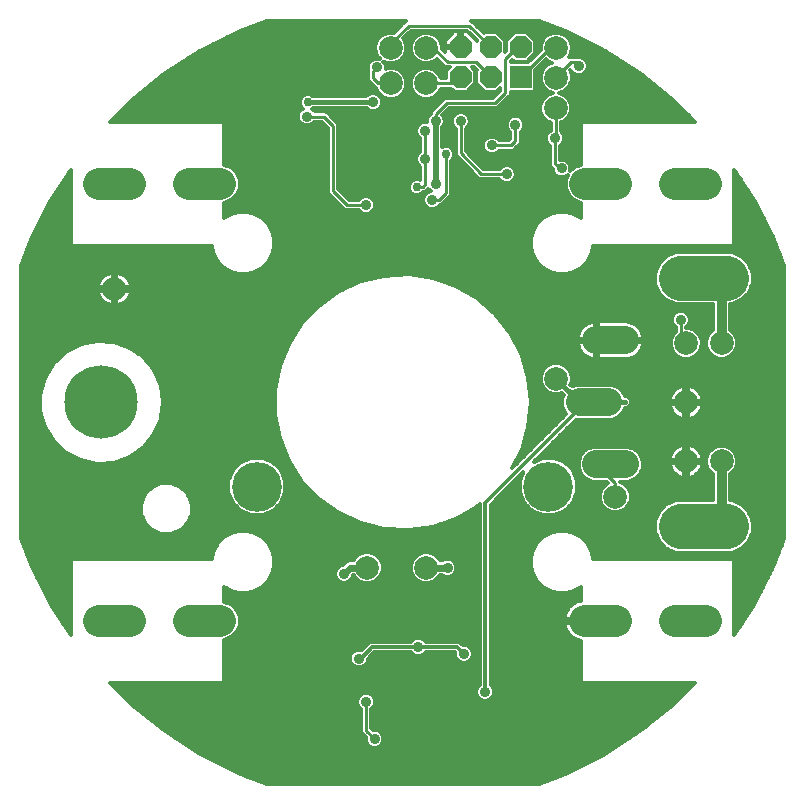
<source format=gbl>
G75*
%MOIN*%
%OFA0B0*%
%FSLAX24Y24*%
%IPPOS*%
%LPD*%
%AMOC8*
5,1,8,0,0,1.08239X$1,22.5*
%
%ADD10C,0.2441*%
%ADD11C,0.0945*%
%ADD12C,0.1502*%
%ADD13R,0.0740X0.0740*%
%ADD14OC8,0.0740*%
%ADD15C,0.1050*%
%ADD16C,0.0787*%
%ADD17C,0.1660*%
%ADD18C,0.0354*%
%ADD19C,0.0200*%
%ADD20C,0.0257*%
%ADD21C,0.0297*%
%ADD22C,0.0218*%
%ADD23C,0.0120*%
%ADD24C,0.0100*%
%ADD25C,0.0160*%
%ADD26C,0.0240*%
%ADD27C,0.0197*%
%ADD28C,0.0320*%
D10*
X003890Y013930D03*
D11*
X019835Y013930D02*
X020780Y013930D01*
X020390Y015996D02*
X021335Y015996D01*
X021335Y011863D02*
X020390Y011863D01*
D12*
X023218Y009796D02*
X024720Y009796D01*
X024720Y018063D02*
X023218Y018063D01*
D13*
X017863Y024768D03*
D14*
X017863Y025768D03*
X016863Y025768D03*
X015863Y025768D03*
X015863Y024768D03*
X016863Y024768D03*
D15*
X020005Y021213D02*
X021055Y021213D01*
X023005Y021213D02*
X024055Y021213D01*
X024055Y006646D02*
X023005Y006646D01*
X021055Y006646D02*
X020005Y006646D01*
X007855Y006646D02*
X006805Y006646D01*
X004855Y006646D02*
X003805Y006646D01*
X003805Y021213D02*
X004855Y021213D01*
X006805Y021213D02*
X007855Y021213D01*
D16*
X004323Y017709D03*
X013536Y024559D03*
X013536Y025741D03*
X014717Y025741D03*
X014717Y024559D03*
X019048Y024756D03*
X019028Y023733D03*
X019048Y025741D03*
X023378Y015898D03*
X024559Y015898D03*
X023378Y013930D03*
X023378Y011961D03*
X024559Y011961D03*
X021016Y010780D03*
X019048Y014717D03*
X014717Y008418D03*
X012748Y008418D03*
D17*
X009071Y011124D03*
X018788Y011124D03*
D18*
X020721Y013063D03*
X021784Y012591D03*
X023430Y010945D03*
X025156Y011286D03*
X025156Y014848D03*
X025219Y016786D03*
X023201Y016685D03*
X021626Y014914D03*
X018969Y013977D03*
X021587Y018772D03*
X019225Y021725D03*
X019008Y022729D03*
X017689Y023181D03*
X016902Y022493D03*
X017394Y021528D03*
X015863Y023304D03*
X015032Y023300D03*
X014678Y022985D03*
X014678Y022040D03*
X015034Y021211D03*
X014914Y020662D03*
X015111Y020091D03*
X013890Y019067D03*
X012926Y019796D03*
X012709Y020504D03*
X013024Y021587D03*
X013701Y023457D03*
X012945Y023930D03*
X013063Y025091D03*
X012836Y026189D03*
X010741Y023457D03*
X008894Y022985D03*
X007959Y024081D03*
X008804Y024717D03*
X008478Y025722D03*
X007100Y025246D03*
X006201Y024287D03*
X002460Y020321D03*
X002335Y018196D03*
X002335Y016321D03*
X005012Y016744D03*
X005265Y018101D03*
X007138Y015229D03*
X007926Y015859D03*
X009363Y015957D03*
X008713Y014008D03*
X007335Y012571D03*
X011351Y009678D03*
X011981Y008215D03*
X013752Y008890D03*
X015426Y008418D03*
X015878Y009244D03*
X016331Y006926D03*
X015969Y005552D03*
X015544Y004367D03*
X016685Y004284D03*
X017558Y002752D03*
X020462Y002814D03*
X021508Y004205D03*
X025248Y007276D03*
X014456Y005776D03*
X014401Y004295D03*
X012717Y003953D03*
X012993Y002713D03*
X012473Y005390D03*
X010524Y006178D03*
X008733Y005622D03*
X009486Y003034D03*
X007414Y002999D03*
X002460Y009946D03*
X002460Y011821D03*
X011725Y018556D03*
X011666Y019678D03*
X016528Y019638D03*
X019796Y025130D03*
X018469Y026286D03*
X025504Y019953D03*
D19*
X014579Y023457D03*
X014343Y024008D03*
X013083Y022709D03*
X012571Y022394D03*
X012059Y022394D03*
X010883Y022414D03*
X010878Y022689D03*
X010603Y022689D03*
X010603Y022414D03*
X012532Y020819D03*
X012926Y020819D03*
D20*
X011075Y021449D03*
D21*
X013185Y023433D03*
X010772Y023926D03*
X010701Y024485D03*
X014402Y021095D03*
X015386Y022197D03*
X021729Y011079D03*
D22*
X012394Y023378D03*
D23*
X016419Y004416D02*
X004350Y004416D01*
X004468Y004298D02*
X016388Y004298D01*
X016388Y004343D02*
X016388Y004225D01*
X016434Y004116D01*
X016517Y004032D01*
X016626Y003987D01*
X016745Y003987D01*
X016854Y004032D01*
X016937Y004116D01*
X016983Y004225D01*
X016983Y004343D01*
X016937Y004452D01*
X016865Y004524D01*
X016865Y010509D01*
X017957Y011600D01*
X017838Y011313D01*
X017838Y010935D01*
X017983Y010586D01*
X018250Y010319D01*
X018599Y010174D01*
X018977Y010174D01*
X019326Y010319D01*
X019593Y010586D01*
X019738Y010935D01*
X019738Y011313D01*
X019593Y011662D01*
X019326Y011930D01*
X018977Y012074D01*
X018599Y012074D01*
X018312Y011956D01*
X019701Y013344D01*
X019717Y013337D01*
X020898Y013337D01*
X021116Y013427D01*
X021282Y013594D01*
X021338Y013730D01*
X021414Y013730D01*
X021531Y013847D01*
X021531Y014012D01*
X021414Y014130D01*
X021338Y014130D01*
X021282Y014265D01*
X021116Y014432D01*
X020898Y014522D01*
X019717Y014522D01*
X019582Y014466D01*
X019524Y014524D01*
X019561Y014615D01*
X019561Y014819D01*
X019483Y015008D01*
X019339Y015152D01*
X019150Y015231D01*
X018945Y015231D01*
X018757Y015152D01*
X018612Y015008D01*
X018534Y014819D01*
X018534Y014615D01*
X018612Y014426D01*
X018757Y014281D01*
X018945Y014203D01*
X019150Y014203D01*
X019241Y014241D01*
X019299Y014183D01*
X019243Y014047D01*
X019243Y013812D01*
X019333Y013594D01*
X019387Y013539D01*
X017579Y011731D01*
X017894Y012342D01*
X018123Y013121D01*
X018123Y013121D01*
X018200Y013930D01*
X018123Y014738D01*
X017894Y015517D01*
X017522Y016238D01*
X017020Y016876D01*
X016407Y017408D01*
X015704Y017814D01*
X015704Y017814D01*
X014936Y018080D01*
X014133Y018195D01*
X014133Y018195D01*
X013322Y018156D01*
X013322Y018156D01*
X012533Y017965D01*
X012533Y017965D01*
X011794Y017628D01*
X011133Y017157D01*
X010573Y016569D01*
X010134Y015886D01*
X009832Y015133D01*
X009832Y015133D01*
X009678Y014335D01*
X009678Y013524D01*
X009832Y012726D01*
X010134Y011973D01*
X010134Y011973D01*
X010573Y011290D01*
X011133Y010702D01*
X011794Y010231D01*
X011794Y010231D01*
X012533Y009894D01*
X013322Y009703D01*
X014133Y009664D01*
X014936Y009779D01*
X015704Y010045D01*
X016407Y010451D01*
X016505Y010537D01*
X016505Y004524D01*
X016434Y004452D01*
X016388Y004343D01*
X016407Y004179D02*
X012911Y004179D01*
X012885Y004205D02*
X012776Y004250D01*
X012658Y004250D01*
X012549Y004205D01*
X012465Y004121D01*
X012420Y004012D01*
X012420Y003894D01*
X012465Y003785D01*
X012547Y003703D01*
X012547Y002918D01*
X012695Y002770D01*
X012695Y002654D01*
X012741Y002545D01*
X012824Y002461D01*
X012933Y002416D01*
X013052Y002416D01*
X013161Y002461D01*
X013244Y002545D01*
X013290Y002654D01*
X013290Y002772D01*
X013244Y002881D01*
X013161Y002965D01*
X013052Y003010D01*
X012936Y003010D01*
X012887Y003059D01*
X012887Y003703D01*
X012969Y003785D01*
X013014Y003894D01*
X013014Y004012D01*
X012969Y004121D01*
X012885Y004205D01*
X012994Y004061D02*
X016489Y004061D01*
X016685Y004284D02*
X016685Y010583D01*
X019835Y013733D01*
X019835Y013930D01*
X019636Y014489D02*
X019559Y014489D01*
X019558Y014607D02*
X026652Y014607D01*
X026652Y014489D02*
X020978Y014489D01*
X021177Y014370D02*
X023043Y014370D01*
X023018Y014352D02*
X022956Y014290D01*
X022905Y014220D01*
X022865Y014142D01*
X022838Y014059D01*
X022827Y013990D01*
X023318Y013990D01*
X023318Y014481D01*
X023249Y014470D01*
X023166Y014443D01*
X023088Y014403D01*
X023018Y014352D01*
X022928Y014252D02*
X021288Y014252D01*
X021337Y014133D02*
X022862Y014133D01*
X022831Y014015D02*
X021529Y014015D01*
X021531Y013896D02*
X023318Y013896D01*
X023318Y013870D02*
X022827Y013870D01*
X022838Y013800D01*
X022865Y013717D01*
X022905Y013639D01*
X022956Y013569D01*
X023018Y013507D01*
X023088Y013456D01*
X023166Y013416D01*
X023249Y013389D01*
X023318Y013378D01*
X023318Y013870D01*
X023318Y013990D01*
X023438Y013990D01*
X023438Y014481D01*
X023508Y014470D01*
X023591Y014443D01*
X023669Y014403D01*
X023739Y014352D01*
X023801Y014290D01*
X023852Y014220D01*
X023891Y014142D01*
X023918Y014059D01*
X023929Y013990D01*
X023438Y013990D01*
X023438Y013870D01*
X023929Y013870D01*
X023918Y013800D01*
X023891Y013717D01*
X023852Y013639D01*
X023801Y013569D01*
X023739Y013507D01*
X023669Y013456D01*
X023591Y013416D01*
X023508Y013389D01*
X023438Y013378D01*
X023438Y013870D01*
X023318Y013870D01*
X023318Y013778D02*
X023438Y013778D01*
X023438Y013896D02*
X026652Y013896D01*
X026652Y013778D02*
X023911Y013778D01*
X023862Y013659D02*
X026652Y013659D01*
X026652Y013541D02*
X023772Y013541D01*
X023602Y013422D02*
X026652Y013422D01*
X026652Y013304D02*
X019660Y013304D01*
X019542Y013185D02*
X026652Y013185D01*
X026652Y013067D02*
X019423Y013067D01*
X019305Y012948D02*
X026652Y012948D01*
X026652Y012830D02*
X019186Y012830D01*
X019068Y012711D02*
X026652Y012711D01*
X026652Y012593D02*
X018949Y012593D01*
X018831Y012474D02*
X023166Y012474D01*
X023088Y012435D01*
X023018Y012383D01*
X022956Y012322D01*
X022905Y012251D01*
X022865Y012174D01*
X022838Y012091D01*
X022827Y012021D01*
X023318Y012021D01*
X023318Y011901D01*
X022827Y011901D01*
X022838Y011831D01*
X022865Y011748D01*
X022905Y011671D01*
X022956Y011600D01*
X023018Y011539D01*
X023088Y011487D01*
X023166Y011448D01*
X023249Y011421D01*
X023318Y011410D01*
X023318Y011901D01*
X023438Y011901D01*
X023438Y011410D01*
X023508Y011421D01*
X023591Y011448D01*
X023669Y011487D01*
X023739Y011539D01*
X023801Y011600D01*
X023852Y011671D01*
X023891Y011748D01*
X023918Y011831D01*
X023929Y011901D01*
X023438Y011901D01*
X023438Y012021D01*
X023318Y012021D01*
X023318Y012512D01*
X023249Y012501D01*
X023166Y012474D01*
X023318Y012474D02*
X023438Y012474D01*
X023438Y012512D02*
X023438Y012021D01*
X023929Y012021D01*
X023918Y012091D01*
X023891Y012174D01*
X023852Y012251D01*
X023801Y012322D01*
X023739Y012383D01*
X023669Y012435D01*
X023591Y012474D01*
X024456Y012474D01*
X024457Y012475D02*
X024268Y012397D01*
X024124Y012252D01*
X024046Y012063D01*
X024046Y011859D01*
X024124Y011670D01*
X024268Y011526D01*
X023722Y011526D01*
X023833Y011645D02*
X024149Y011645D01*
X024085Y011763D02*
X023896Y011763D01*
X023926Y011882D02*
X024046Y011882D01*
X024046Y012000D02*
X023438Y012000D01*
X023438Y011882D02*
X023318Y011882D01*
X023318Y012000D02*
X021919Y012000D01*
X021927Y011980D02*
X021837Y012198D01*
X021671Y012365D01*
X021453Y012455D01*
X020272Y012455D01*
X020055Y012365D01*
X019888Y012198D01*
X019798Y011980D01*
X019798Y011745D01*
X019888Y011527D01*
X020055Y011360D01*
X020272Y011270D01*
X020742Y011270D01*
X020776Y011236D01*
X020725Y011215D01*
X020581Y011071D01*
X020502Y010882D01*
X020502Y010678D01*
X020581Y010489D01*
X020725Y010344D01*
X020914Y010266D01*
X021118Y010266D01*
X021307Y010344D01*
X021452Y010489D01*
X021530Y010678D01*
X021530Y010882D01*
X021452Y011071D01*
X021307Y011215D01*
X021186Y011266D01*
X021186Y011270D01*
X021453Y011270D01*
X021671Y011360D01*
X021837Y011527D01*
X021927Y011745D01*
X021927Y011980D01*
X021927Y011882D02*
X022830Y011882D01*
X022860Y011763D02*
X021927Y011763D01*
X021886Y011645D02*
X022924Y011645D01*
X023035Y011526D02*
X021836Y011526D01*
X021718Y011408D02*
X024279Y011408D01*
X024279Y011521D02*
X024268Y011526D01*
X024279Y011521D02*
X024279Y010667D01*
X023044Y010667D01*
X022724Y010534D01*
X022479Y010289D01*
X022347Y009969D01*
X022347Y009622D01*
X022479Y009302D01*
X022724Y009057D01*
X023044Y008924D01*
X024893Y008924D01*
X025214Y009057D01*
X025459Y009302D01*
X025591Y009622D01*
X025591Y009969D01*
X025459Y010289D01*
X025214Y010534D01*
X024893Y010667D01*
X024839Y010667D01*
X024839Y011521D01*
X024850Y011526D01*
X024995Y011670D01*
X025073Y011859D01*
X025073Y012063D01*
X024995Y012252D01*
X024850Y012397D01*
X024662Y012475D01*
X024457Y012475D01*
X024663Y012474D02*
X026652Y012474D01*
X026652Y012356D02*
X024891Y012356D01*
X025001Y012237D02*
X026652Y012237D01*
X026652Y012119D02*
X025050Y012119D01*
X025073Y012000D02*
X026652Y012000D01*
X026652Y011882D02*
X025073Y011882D01*
X025033Y011763D02*
X026652Y011763D01*
X026652Y011645D02*
X024969Y011645D01*
X024851Y011526D02*
X026652Y011526D01*
X026652Y011408D02*
X024839Y011408D01*
X024839Y011289D02*
X026652Y011289D01*
X026652Y011171D02*
X024839Y011171D01*
X024839Y011052D02*
X026652Y011052D01*
X026652Y010934D02*
X024839Y010934D01*
X024839Y010815D02*
X026652Y010815D01*
X026652Y010697D02*
X024839Y010697D01*
X025108Y010578D02*
X026652Y010578D01*
X026652Y010460D02*
X025288Y010460D01*
X025407Y010341D02*
X026652Y010341D01*
X026652Y010223D02*
X025486Y010223D01*
X025535Y010104D02*
X026652Y010104D01*
X026652Y009986D02*
X025584Y009986D01*
X025591Y009867D02*
X026652Y009867D01*
X026652Y009749D02*
X025591Y009749D01*
X025591Y009630D02*
X026652Y009630D01*
X026652Y009512D02*
X025545Y009512D01*
X025496Y009393D02*
X026650Y009393D01*
X026652Y009398D02*
X026280Y008431D01*
X025638Y007170D01*
X024990Y006172D01*
X024990Y008671D01*
X024954Y008706D01*
X020285Y008706D01*
X020285Y008752D01*
X020214Y009016D01*
X020077Y009254D01*
X019883Y009447D01*
X019646Y009584D01*
X019381Y009655D01*
X019107Y009655D01*
X018843Y009584D01*
X018605Y009447D01*
X018412Y009254D01*
X018275Y009016D01*
X018204Y008752D01*
X018204Y008478D01*
X018275Y008213D01*
X018412Y007976D01*
X018605Y007782D01*
X018843Y007645D01*
X019107Y007574D01*
X019381Y007574D01*
X019646Y007645D01*
X019870Y007774D01*
X019870Y007319D01*
X019784Y007296D01*
X019701Y007262D01*
X019623Y007217D01*
X019552Y007162D01*
X019488Y007099D01*
X019434Y007027D01*
X019389Y006950D01*
X019354Y006867D01*
X019331Y006780D01*
X019322Y006706D01*
X019870Y006706D01*
X019870Y006586D01*
X019322Y006586D01*
X019331Y006512D01*
X019354Y006425D01*
X019389Y006342D01*
X019434Y006265D01*
X019488Y006193D01*
X019552Y006130D01*
X019623Y006075D01*
X019701Y006030D01*
X019784Y005996D01*
X019870Y005973D01*
X019870Y004621D01*
X019905Y004586D01*
X023679Y004586D01*
X022976Y003883D01*
X021876Y002992D01*
X020689Y002221D01*
X019428Y001579D01*
X018461Y001207D01*
X009398Y001207D01*
X008431Y001579D01*
X007170Y002221D01*
X005983Y002992D01*
X004883Y003883D01*
X004180Y004586D01*
X007954Y004586D01*
X007990Y004621D01*
X007990Y006004D01*
X008220Y006099D01*
X008401Y006281D01*
X008500Y006518D01*
X008500Y006774D01*
X008401Y007011D01*
X008220Y007193D01*
X007990Y007288D01*
X007990Y007774D01*
X008213Y007645D01*
X008478Y007574D01*
X008752Y007574D01*
X009016Y007645D01*
X009254Y007782D01*
X009447Y007976D01*
X009584Y008213D01*
X009655Y008478D01*
X009655Y008752D01*
X009584Y009016D01*
X009447Y009254D01*
X009254Y009447D01*
X009016Y009584D01*
X008752Y009655D01*
X008478Y009655D01*
X008213Y009584D01*
X007976Y009447D01*
X007782Y009254D01*
X007645Y009016D01*
X007574Y008752D01*
X007574Y008706D01*
X002905Y008706D01*
X002870Y008671D01*
X002870Y006172D01*
X002221Y007170D01*
X001579Y008431D01*
X001207Y009398D01*
X001207Y018461D01*
X001579Y019428D01*
X002221Y020689D01*
X002870Y021688D01*
X002870Y019188D01*
X002905Y019153D01*
X007574Y019153D01*
X007574Y019107D01*
X007645Y018843D01*
X007782Y018605D01*
X007976Y018412D01*
X008213Y018275D01*
X008478Y018204D01*
X008752Y018204D01*
X009016Y018275D01*
X009254Y018412D01*
X009447Y018605D01*
X009584Y018843D01*
X009655Y019107D01*
X009655Y019381D01*
X009584Y019646D01*
X009447Y019883D01*
X009254Y020077D01*
X009016Y020214D01*
X008752Y020285D01*
X008478Y020285D01*
X008213Y020214D01*
X007990Y020085D01*
X007990Y020571D01*
X008220Y020666D01*
X008401Y020848D01*
X008500Y021085D01*
X008500Y021341D01*
X008401Y021578D01*
X008220Y021760D01*
X007990Y021855D01*
X007990Y023238D01*
X007954Y023273D01*
X004180Y023273D01*
X004883Y023976D01*
X005983Y024867D01*
X007170Y025638D01*
X008431Y026280D01*
X009398Y026652D01*
X014049Y026652D01*
X013956Y026559D01*
X013648Y026250D01*
X013638Y026254D01*
X013434Y026254D01*
X013245Y026176D01*
X013100Y026032D01*
X013022Y025843D01*
X013022Y025638D01*
X013100Y025450D01*
X013190Y025360D01*
X013122Y025388D01*
X013004Y025388D01*
X012895Y025343D01*
X012811Y025259D01*
X012766Y025150D01*
X012766Y025032D01*
X012775Y025010D01*
X012775Y024666D01*
X012875Y024567D01*
X013049Y024393D01*
X013100Y024268D01*
X013245Y024124D01*
X013434Y024046D01*
X013638Y024046D01*
X013827Y024124D01*
X013971Y024268D01*
X014050Y024457D01*
X014050Y024662D01*
X013971Y024850D01*
X013827Y024995D01*
X013638Y025073D01*
X013434Y025073D01*
X013361Y025043D01*
X013361Y025150D01*
X013315Y025259D01*
X013287Y025288D01*
X013434Y025227D01*
X013638Y025227D01*
X013827Y025305D01*
X013971Y025450D01*
X014050Y025638D01*
X014050Y025843D01*
X013971Y026032D01*
X013941Y026062D01*
X014197Y026319D01*
X016072Y026319D01*
X016396Y025994D01*
X016391Y025989D01*
X016082Y026298D01*
X015903Y026298D01*
X015903Y025808D01*
X015823Y025808D01*
X015823Y026298D01*
X015643Y026298D01*
X015333Y025988D01*
X015333Y025808D01*
X015823Y025808D01*
X015823Y025728D01*
X015333Y025728D01*
X015333Y025602D01*
X015231Y025703D01*
X015231Y025843D01*
X015152Y026032D01*
X015008Y026176D01*
X014819Y026254D01*
X014615Y026254D01*
X014426Y026176D01*
X014281Y026032D01*
X014203Y025843D01*
X014203Y025638D01*
X014281Y025450D01*
X014426Y025305D01*
X014615Y025227D01*
X014819Y025227D01*
X015008Y025305D01*
X015078Y025375D01*
X015256Y025198D01*
X015355Y025098D01*
X015500Y025098D01*
X015373Y024971D01*
X015373Y024729D01*
X015203Y024729D01*
X015152Y024850D01*
X015008Y024995D01*
X014819Y025073D01*
X014615Y025073D01*
X014426Y024995D01*
X014281Y024850D01*
X014203Y024662D01*
X014203Y024457D01*
X014281Y024268D01*
X014426Y024124D01*
X014615Y024046D01*
X014819Y024046D01*
X015008Y024124D01*
X015152Y024268D01*
X015203Y024389D01*
X015548Y024389D01*
X015660Y024278D01*
X016066Y024278D01*
X016353Y024565D01*
X016353Y024971D01*
X016226Y025098D01*
X016292Y025098D01*
X016396Y024994D01*
X016373Y024971D01*
X016373Y024565D01*
X016660Y024278D01*
X017066Y024278D01*
X017185Y024397D01*
X017185Y024315D01*
X016950Y024080D01*
X015335Y024080D01*
X014961Y023706D01*
X014862Y023606D01*
X014862Y023550D01*
X014780Y023468D01*
X014735Y023359D01*
X014735Y023282D01*
X014618Y023282D01*
X014509Y023237D01*
X014426Y023153D01*
X014380Y023044D01*
X014380Y022926D01*
X014426Y022816D01*
X014508Y022734D01*
X014508Y022290D01*
X014426Y022208D01*
X014380Y022099D01*
X014380Y021981D01*
X014426Y021871D01*
X014508Y021790D01*
X014508Y021342D01*
X014455Y021363D01*
X014349Y021363D01*
X014250Y021322D01*
X014174Y021247D01*
X014134Y021148D01*
X014134Y021041D01*
X014174Y020943D01*
X014250Y020867D01*
X014349Y020826D01*
X014455Y020826D01*
X014554Y020867D01*
X014611Y020924D01*
X014616Y020925D01*
X014669Y020925D01*
X014683Y020938D01*
X014701Y020942D01*
X014731Y020987D01*
X014769Y021024D01*
X014769Y021043D01*
X014777Y021055D01*
X014782Y021043D01*
X014866Y020959D01*
X014855Y020959D01*
X014745Y020914D01*
X014662Y020830D01*
X014617Y020721D01*
X014617Y020603D01*
X014662Y020493D01*
X014745Y020410D01*
X014855Y020365D01*
X014973Y020365D01*
X015082Y020410D01*
X015164Y020492D01*
X015220Y020492D01*
X015556Y020828D01*
X015556Y021988D01*
X015614Y022045D01*
X015655Y022144D01*
X015655Y022251D01*
X015614Y022349D01*
X015538Y022425D01*
X015440Y022466D01*
X015333Y022466D01*
X015250Y022431D01*
X015250Y023098D01*
X015284Y023131D01*
X015329Y023240D01*
X015329Y023359D01*
X015284Y023468D01*
X015244Y023508D01*
X015476Y023740D01*
X017090Y023740D01*
X017190Y023839D01*
X017525Y024174D01*
X017525Y024278D01*
X018282Y024278D01*
X018353Y024348D01*
X018353Y025022D01*
X018696Y025365D01*
X018757Y025305D01*
X018893Y025248D01*
X018757Y025192D01*
X018612Y025047D01*
X018534Y024858D01*
X018534Y024654D01*
X018612Y024465D01*
X018757Y024321D01*
X018936Y024246D01*
X018926Y024246D01*
X018737Y024168D01*
X018592Y024024D01*
X018514Y023835D01*
X018514Y023630D01*
X018592Y023442D01*
X018737Y023297D01*
X018858Y023247D01*
X018858Y022988D01*
X018840Y022981D01*
X018756Y022897D01*
X018711Y022788D01*
X018711Y022670D01*
X018756Y022560D01*
X018838Y022478D01*
X018838Y021812D01*
X018928Y021722D01*
X018928Y021666D01*
X018973Y021556D01*
X019056Y021473D01*
X019166Y021428D01*
X019284Y021428D01*
X019393Y021473D01*
X019429Y021509D01*
X019360Y021341D01*
X019360Y021085D01*
X019458Y020848D01*
X019639Y020666D01*
X019870Y020571D01*
X019870Y020085D01*
X019646Y020214D01*
X019381Y020285D01*
X019107Y020285D01*
X018843Y020214D01*
X018605Y020077D01*
X018412Y019883D01*
X018275Y019646D01*
X018204Y019381D01*
X018204Y019107D01*
X018275Y018843D01*
X018412Y018605D01*
X018605Y018412D01*
X018843Y018275D01*
X019107Y018204D01*
X019381Y018204D01*
X019646Y018275D01*
X019883Y018412D01*
X020077Y018605D01*
X020214Y018843D01*
X020285Y019107D01*
X020285Y019153D01*
X024954Y019153D01*
X024990Y019188D01*
X024990Y021688D01*
X025638Y020689D01*
X026280Y019428D01*
X026652Y018461D01*
X026652Y009398D01*
X026604Y009275D02*
X025431Y009275D01*
X025312Y009156D02*
X026559Y009156D01*
X026513Y009038D02*
X025166Y009038D01*
X024978Y008682D02*
X026377Y008682D01*
X026422Y008801D02*
X020272Y008801D01*
X020240Y008919D02*
X026468Y008919D01*
X026331Y008564D02*
X024990Y008564D01*
X024990Y008445D02*
X026286Y008445D01*
X026227Y008327D02*
X024990Y008327D01*
X024990Y008208D02*
X026167Y008208D01*
X026106Y008090D02*
X024990Y008090D01*
X024990Y007971D02*
X026046Y007971D01*
X025986Y007853D02*
X024990Y007853D01*
X024990Y007734D02*
X025925Y007734D01*
X025865Y007616D02*
X024990Y007616D01*
X024990Y007497D02*
X025805Y007497D01*
X025744Y007379D02*
X024990Y007379D01*
X024990Y007260D02*
X025684Y007260D01*
X025619Y007142D02*
X024990Y007142D01*
X024990Y007023D02*
X025542Y007023D01*
X025466Y006905D02*
X024990Y006905D01*
X024990Y006786D02*
X025389Y006786D01*
X025312Y006668D02*
X024990Y006668D01*
X024990Y006549D02*
X025235Y006549D01*
X025158Y006431D02*
X024990Y006431D01*
X024990Y006312D02*
X025081Y006312D01*
X025004Y006194D02*
X024990Y006194D01*
X023628Y004535D02*
X016865Y004535D01*
X016865Y004653D02*
X019870Y004653D01*
X019870Y004772D02*
X016865Y004772D01*
X016865Y004890D02*
X019870Y004890D01*
X019870Y005009D02*
X016865Y005009D01*
X016865Y005127D02*
X019870Y005127D01*
X019870Y005246D02*
X016865Y005246D01*
X016865Y005364D02*
X019870Y005364D01*
X019870Y005483D02*
X016865Y005483D01*
X016865Y005601D02*
X019870Y005601D01*
X019870Y005720D02*
X016865Y005720D01*
X016865Y005838D02*
X019870Y005838D01*
X019870Y005957D02*
X016865Y005957D01*
X016865Y006075D02*
X019624Y006075D01*
X019488Y006194D02*
X016865Y006194D01*
X016865Y006312D02*
X019406Y006312D01*
X019353Y006431D02*
X016865Y006431D01*
X016865Y006549D02*
X019326Y006549D01*
X019333Y006786D02*
X016865Y006786D01*
X016865Y006668D02*
X019870Y006668D01*
X019370Y006905D02*
X016865Y006905D01*
X016865Y007023D02*
X019431Y007023D01*
X019531Y007142D02*
X016865Y007142D01*
X016865Y007260D02*
X019698Y007260D01*
X019870Y007379D02*
X016865Y007379D01*
X016865Y007497D02*
X019870Y007497D01*
X019870Y007616D02*
X019537Y007616D01*
X019801Y007734D02*
X019870Y007734D01*
X018952Y007616D02*
X016865Y007616D01*
X016865Y007734D02*
X018688Y007734D01*
X018535Y007853D02*
X016865Y007853D01*
X016865Y007971D02*
X018416Y007971D01*
X018346Y008090D02*
X016865Y008090D01*
X016865Y008208D02*
X018278Y008208D01*
X018244Y008327D02*
X016865Y008327D01*
X016865Y008445D02*
X018212Y008445D01*
X018204Y008564D02*
X016865Y008564D01*
X016865Y008682D02*
X018204Y008682D01*
X018217Y008801D02*
X016865Y008801D01*
X016865Y008919D02*
X018249Y008919D01*
X018287Y009038D02*
X016865Y009038D01*
X016865Y009156D02*
X018355Y009156D01*
X018433Y009275D02*
X016865Y009275D01*
X016865Y009393D02*
X018551Y009393D01*
X018717Y009512D02*
X016865Y009512D01*
X016865Y009630D02*
X019013Y009630D01*
X019476Y009630D02*
X022347Y009630D01*
X022347Y009749D02*
X016865Y009749D01*
X016865Y009867D02*
X022347Y009867D01*
X022353Y009986D02*
X016865Y009986D01*
X016865Y010104D02*
X022402Y010104D01*
X022452Y010223D02*
X019093Y010223D01*
X019348Y010341D02*
X020733Y010341D01*
X020610Y010460D02*
X019467Y010460D01*
X019585Y010578D02*
X020544Y010578D01*
X020502Y010697D02*
X019639Y010697D01*
X019688Y010815D02*
X020502Y010815D01*
X020524Y010934D02*
X019737Y010934D01*
X019738Y011052D02*
X020573Y011052D01*
X020680Y011171D02*
X019738Y011171D01*
X019738Y011289D02*
X020227Y011289D01*
X020007Y011408D02*
X019699Y011408D01*
X019650Y011526D02*
X019889Y011526D01*
X019839Y011645D02*
X019601Y011645D01*
X019493Y011763D02*
X019798Y011763D01*
X019798Y011882D02*
X019374Y011882D01*
X019157Y012000D02*
X019806Y012000D01*
X019855Y012119D02*
X018475Y012119D01*
X018420Y012000D02*
X018357Y012000D01*
X018594Y012237D02*
X019927Y012237D01*
X020045Y012356D02*
X018712Y012356D01*
X018440Y012593D02*
X017968Y012593D01*
X018002Y012711D02*
X018559Y012711D01*
X018677Y012830D02*
X018037Y012830D01*
X018072Y012948D02*
X018796Y012948D01*
X018914Y013067D02*
X018107Y013067D01*
X018129Y013185D02*
X019033Y013185D01*
X019151Y013304D02*
X018140Y013304D01*
X018151Y013422D02*
X019270Y013422D01*
X019386Y013541D02*
X018163Y013541D01*
X018174Y013659D02*
X019306Y013659D01*
X019257Y013778D02*
X018185Y013778D01*
X018197Y013896D02*
X019243Y013896D01*
X019243Y014015D02*
X018192Y014015D01*
X018181Y014133D02*
X019278Y014133D01*
X018829Y014252D02*
X018169Y014252D01*
X018158Y014370D02*
X018668Y014370D01*
X018586Y014489D02*
X018147Y014489D01*
X018135Y014607D02*
X018537Y014607D01*
X018534Y014726D02*
X018124Y014726D01*
X018092Y014844D02*
X018544Y014844D01*
X018593Y014963D02*
X018057Y014963D01*
X018022Y015081D02*
X018685Y015081D01*
X018870Y015200D02*
X017987Y015200D01*
X017952Y015318D02*
X026652Y015318D01*
X026652Y015200D02*
X019225Y015200D01*
X019410Y015081D02*
X026652Y015081D01*
X026652Y014963D02*
X019502Y014963D01*
X019551Y014844D02*
X026652Y014844D01*
X026652Y014726D02*
X019561Y014726D01*
X020059Y015456D02*
X019978Y015514D01*
X019908Y015584D01*
X019849Y015665D01*
X019804Y015754D01*
X019773Y015848D01*
X019759Y015936D01*
X020330Y015936D01*
X020450Y015936D01*
X020450Y015364D01*
X021385Y015364D01*
X021483Y015380D01*
X021578Y015410D01*
X021667Y015456D01*
X021747Y015514D01*
X021817Y015584D01*
X021876Y015665D01*
X021921Y015754D01*
X021952Y015848D01*
X021966Y015936D01*
X020450Y015936D01*
X020450Y016056D01*
X021966Y016056D01*
X021952Y016145D01*
X021921Y016239D01*
X021876Y016328D01*
X021817Y016408D01*
X021747Y016479D01*
X021667Y016537D01*
X021578Y016583D01*
X021483Y016613D01*
X021385Y016629D01*
X020450Y016629D01*
X020450Y016056D01*
X020330Y016056D01*
X020330Y015936D01*
X020330Y015366D01*
X020242Y015380D01*
X020147Y015410D01*
X020059Y015456D01*
X020096Y015437D02*
X017918Y015437D01*
X017874Y015555D02*
X019937Y015555D01*
X019845Y015674D02*
X017813Y015674D01*
X017752Y015792D02*
X019792Y015792D01*
X019763Y015911D02*
X017691Y015911D01*
X017630Y016029D02*
X020330Y016029D01*
X020330Y016056D02*
X019759Y016056D01*
X019773Y016145D01*
X019804Y016239D01*
X019849Y016328D01*
X019908Y016408D01*
X019978Y016479D01*
X020059Y016537D01*
X020147Y016583D01*
X020242Y016613D01*
X020330Y016627D01*
X020330Y016056D01*
X020330Y016148D02*
X020450Y016148D01*
X020450Y016266D02*
X020330Y016266D01*
X020330Y016385D02*
X020450Y016385D01*
X020450Y016503D02*
X020330Y016503D01*
X020330Y016622D02*
X020450Y016622D01*
X020294Y016622D02*
X017221Y016622D01*
X017127Y016740D02*
X022904Y016740D01*
X022904Y016745D02*
X022904Y016626D01*
X022949Y016517D01*
X023031Y016435D01*
X023031Y016277D01*
X022943Y016189D01*
X022865Y016000D01*
X022865Y015796D01*
X022943Y015607D01*
X023087Y015463D01*
X023276Y015384D01*
X023481Y015384D01*
X023669Y015463D01*
X023814Y015607D01*
X023892Y015796D01*
X023892Y016000D01*
X023814Y016189D01*
X023669Y016334D01*
X023481Y016412D01*
X023371Y016412D01*
X023371Y016435D01*
X023453Y016517D01*
X023498Y016626D01*
X023498Y016745D01*
X023453Y016854D01*
X023370Y016937D01*
X023260Y016983D01*
X023142Y016983D01*
X023033Y016937D01*
X022949Y016854D01*
X022904Y016745D01*
X022906Y016622D02*
X021431Y016622D01*
X021714Y016503D02*
X022963Y016503D01*
X023031Y016385D02*
X021835Y016385D01*
X021907Y016266D02*
X023020Y016266D01*
X022926Y016148D02*
X021951Y016148D01*
X021962Y015911D02*
X022865Y015911D01*
X022877Y016029D02*
X020450Y016029D01*
X020450Y015911D02*
X020330Y015911D01*
X020330Y015792D02*
X020450Y015792D01*
X020450Y015674D02*
X020330Y015674D01*
X020330Y015555D02*
X020450Y015555D01*
X020450Y015437D02*
X020330Y015437D01*
X019774Y016148D02*
X017569Y016148D01*
X017500Y016266D02*
X019818Y016266D01*
X019890Y016385D02*
X017407Y016385D01*
X017314Y016503D02*
X020011Y016503D01*
X019656Y018281D02*
X022365Y018281D01*
X022347Y018237D02*
X022347Y017890D01*
X022479Y017570D01*
X022724Y017325D01*
X023044Y017192D01*
X024279Y017192D01*
X024279Y016338D01*
X024268Y016334D01*
X024124Y016189D01*
X024046Y016000D01*
X024046Y015796D01*
X024124Y015607D01*
X024268Y015463D01*
X024457Y015384D01*
X024662Y015384D01*
X024850Y015463D01*
X024995Y015607D01*
X025073Y015796D01*
X025073Y016000D01*
X024995Y016189D01*
X024850Y016334D01*
X024839Y016338D01*
X024839Y017192D01*
X024893Y017192D01*
X025214Y017325D01*
X025459Y017570D01*
X025591Y017890D01*
X025591Y018237D01*
X025459Y018557D01*
X025214Y018802D01*
X024893Y018935D01*
X023044Y018935D01*
X022724Y018802D01*
X022479Y018557D01*
X022347Y018237D01*
X022347Y018162D02*
X014363Y018162D01*
X014936Y018080D02*
X014936Y018080D01*
X015040Y018044D02*
X022347Y018044D01*
X022347Y017925D02*
X015383Y017925D01*
X015717Y017807D02*
X022381Y017807D01*
X022430Y017688D02*
X015922Y017688D01*
X016127Y017570D02*
X022480Y017570D01*
X022598Y017451D02*
X016332Y017451D01*
X016494Y017333D02*
X022717Y017333D01*
X022992Y017214D02*
X016631Y017214D01*
X016767Y017096D02*
X024279Y017096D01*
X024279Y016977D02*
X023274Y016977D01*
X023129Y016977D02*
X016904Y016977D01*
X017020Y016876D02*
X017020Y016876D01*
X017034Y016859D02*
X022954Y016859D01*
X023448Y016859D02*
X024279Y016859D01*
X024279Y016740D02*
X023498Y016740D01*
X023496Y016622D02*
X024279Y016622D01*
X024279Y016503D02*
X023439Y016503D01*
X023546Y016385D02*
X024279Y016385D01*
X024201Y016266D02*
X023737Y016266D01*
X023831Y016148D02*
X024107Y016148D01*
X024058Y016029D02*
X023880Y016029D01*
X023892Y015911D02*
X024046Y015911D01*
X024047Y015792D02*
X023890Y015792D01*
X023841Y015674D02*
X024096Y015674D01*
X024176Y015555D02*
X023762Y015555D01*
X023607Y015437D02*
X024331Y015437D01*
X024788Y015437D02*
X026652Y015437D01*
X026652Y015555D02*
X024943Y015555D01*
X025022Y015674D02*
X026652Y015674D01*
X026652Y015792D02*
X025072Y015792D01*
X025073Y015911D02*
X026652Y015911D01*
X026652Y016029D02*
X025061Y016029D01*
X025012Y016148D02*
X026652Y016148D01*
X026652Y016266D02*
X024918Y016266D01*
X024839Y016385D02*
X026652Y016385D01*
X026652Y016503D02*
X024839Y016503D01*
X024839Y016622D02*
X026652Y016622D01*
X026652Y016740D02*
X024839Y016740D01*
X024839Y016859D02*
X026652Y016859D01*
X026652Y016977D02*
X024839Y016977D01*
X024839Y017096D02*
X026652Y017096D01*
X026652Y017214D02*
X024946Y017214D01*
X025221Y017333D02*
X026652Y017333D01*
X026652Y017451D02*
X025340Y017451D01*
X025458Y017570D02*
X026652Y017570D01*
X026652Y017688D02*
X025508Y017688D01*
X025557Y017807D02*
X026652Y017807D01*
X026652Y017925D02*
X025591Y017925D01*
X025591Y018044D02*
X026652Y018044D01*
X026652Y018162D02*
X025591Y018162D01*
X025573Y018281D02*
X026652Y018281D01*
X026652Y018399D02*
X025524Y018399D01*
X025475Y018518D02*
X026630Y018518D01*
X026584Y018636D02*
X025379Y018636D01*
X025261Y018755D02*
X026539Y018755D01*
X026493Y018873D02*
X025042Y018873D01*
X024990Y019229D02*
X026357Y019229D01*
X026311Y019347D02*
X024990Y019347D01*
X024990Y019466D02*
X026261Y019466D01*
X026201Y019584D02*
X024990Y019584D01*
X024990Y019703D02*
X026141Y019703D01*
X026080Y019821D02*
X024990Y019821D01*
X024990Y019940D02*
X026020Y019940D01*
X025959Y020058D02*
X024990Y020058D01*
X024990Y020177D02*
X025899Y020177D01*
X025839Y020295D02*
X024990Y020295D01*
X024990Y020414D02*
X025778Y020414D01*
X025718Y020532D02*
X024990Y020532D01*
X024990Y020651D02*
X025658Y020651D01*
X025586Y020769D02*
X024990Y020769D01*
X024990Y020888D02*
X025509Y020888D01*
X025432Y021006D02*
X024990Y021006D01*
X024990Y021125D02*
X025355Y021125D01*
X025278Y021243D02*
X024990Y021243D01*
X024990Y021362D02*
X025201Y021362D01*
X025124Y021480D02*
X024990Y021480D01*
X024990Y021599D02*
X025047Y021599D01*
X023679Y023273D02*
X019905Y023273D01*
X019870Y023238D01*
X019870Y021855D01*
X019639Y021760D01*
X019506Y021626D01*
X019522Y021666D01*
X019522Y021784D01*
X019477Y021893D01*
X019393Y021977D01*
X019284Y022022D01*
X019178Y022022D01*
X019178Y022478D01*
X019260Y022560D01*
X019305Y022670D01*
X019305Y022788D01*
X019260Y022897D01*
X019198Y022959D01*
X019198Y023247D01*
X019319Y023297D01*
X019463Y023442D01*
X019542Y023630D01*
X019542Y023835D01*
X019463Y024024D01*
X019319Y024168D01*
X019139Y024243D01*
X019150Y024243D01*
X019339Y024321D01*
X019483Y024465D01*
X019561Y024654D01*
X019561Y024858D01*
X019505Y024993D01*
X019523Y025011D01*
X019544Y024962D01*
X019627Y024878D01*
X019737Y024833D01*
X019855Y024833D01*
X019964Y024878D01*
X020048Y024962D01*
X020093Y025071D01*
X020093Y025189D01*
X020048Y025299D01*
X019964Y025382D01*
X019855Y025427D01*
X019739Y025427D01*
X019728Y025438D01*
X019472Y025438D01*
X019483Y025450D01*
X019561Y025638D01*
X019561Y025843D01*
X019483Y026032D01*
X019339Y026176D01*
X019150Y026254D01*
X018945Y026254D01*
X018757Y026176D01*
X018612Y026032D01*
X018534Y025843D01*
X018534Y025684D01*
X018504Y025653D01*
X018108Y025258D01*
X017525Y025258D01*
X017525Y025296D01*
X017583Y025355D01*
X017660Y025278D01*
X018066Y025278D01*
X018353Y025565D01*
X018353Y025971D01*
X018066Y026258D01*
X017660Y026258D01*
X017373Y025971D01*
X017373Y025625D01*
X017353Y025605D01*
X017353Y025971D01*
X017066Y026258D01*
X016660Y026258D01*
X016636Y026235D01*
X016312Y026559D01*
X016219Y026652D01*
X018461Y026652D01*
X019428Y026280D01*
X020689Y025638D01*
X021876Y024867D01*
X022976Y023976D01*
X023679Y023273D01*
X023576Y023376D02*
X019398Y023376D01*
X019485Y023495D02*
X023458Y023495D01*
X023339Y023613D02*
X019534Y023613D01*
X019542Y023732D02*
X023221Y023732D01*
X023102Y023850D02*
X019535Y023850D01*
X019486Y023969D02*
X022984Y023969D01*
X022839Y024087D02*
X019400Y024087D01*
X019229Y024206D02*
X022693Y024206D01*
X022547Y024324D02*
X019342Y024324D01*
X019460Y024443D02*
X022400Y024443D01*
X022254Y024561D02*
X019523Y024561D01*
X019561Y024680D02*
X022108Y024680D01*
X021961Y024798D02*
X019561Y024798D01*
X019537Y024917D02*
X019589Y024917D01*
X020002Y024917D02*
X021800Y024917D01*
X021617Y025035D02*
X020078Y025035D01*
X020093Y025154D02*
X021435Y025154D01*
X021252Y025272D02*
X020059Y025272D01*
X019944Y025391D02*
X021070Y025391D01*
X020888Y025509D02*
X019508Y025509D01*
X019557Y025628D02*
X020705Y025628D01*
X020477Y025746D02*
X019561Y025746D01*
X019552Y025865D02*
X020244Y025865D01*
X020012Y025983D02*
X019503Y025983D01*
X019413Y026102D02*
X019779Y026102D01*
X019547Y026220D02*
X019232Y026220D01*
X019276Y026339D02*
X016533Y026339D01*
X016414Y026457D02*
X018968Y026457D01*
X018863Y026220D02*
X018104Y026220D01*
X018222Y026102D02*
X018682Y026102D01*
X018592Y025983D02*
X018341Y025983D01*
X018353Y025865D02*
X018543Y025865D01*
X018534Y025746D02*
X018353Y025746D01*
X018353Y025628D02*
X018478Y025628D01*
X018359Y025509D02*
X018297Y025509D01*
X018241Y025391D02*
X018178Y025391D01*
X018122Y025272D02*
X017525Y025272D01*
X017373Y025628D02*
X017353Y025628D01*
X017353Y025746D02*
X017373Y025746D01*
X017373Y025865D02*
X017353Y025865D01*
X017341Y025983D02*
X017385Y025983D01*
X017503Y026102D02*
X017222Y026102D01*
X017104Y026220D02*
X017622Y026220D01*
X018659Y026576D02*
X016296Y026576D01*
X016312Y026559D02*
X016312Y026559D01*
X016170Y026220D02*
X016160Y026220D01*
X016279Y026102D02*
X016289Y026102D01*
X015903Y026102D02*
X015823Y026102D01*
X015823Y026220D02*
X015903Y026220D01*
X015903Y025983D02*
X015823Y025983D01*
X015823Y025865D02*
X015903Y025865D01*
X015823Y025746D02*
X015231Y025746D01*
X015222Y025865D02*
X015333Y025865D01*
X015333Y025983D02*
X015173Y025983D01*
X015082Y026102D02*
X015447Y026102D01*
X015565Y026220D02*
X014902Y026220D01*
X014532Y026220D02*
X014098Y026220D01*
X013980Y026102D02*
X014351Y026102D01*
X014261Y025983D02*
X013991Y025983D01*
X014040Y025865D02*
X014212Y025865D01*
X014203Y025746D02*
X014050Y025746D01*
X014045Y025628D02*
X014208Y025628D01*
X014257Y025509D02*
X013996Y025509D01*
X013912Y025391D02*
X014340Y025391D01*
X014506Y025272D02*
X013747Y025272D01*
X013730Y025035D02*
X014523Y025035D01*
X014348Y024917D02*
X013905Y024917D01*
X013993Y024798D02*
X014260Y024798D01*
X014211Y024680D02*
X014042Y024680D01*
X014050Y024561D02*
X014203Y024561D01*
X014209Y024443D02*
X014043Y024443D01*
X013994Y024324D02*
X014258Y024324D01*
X014344Y024206D02*
X013908Y024206D01*
X013738Y024087D02*
X014515Y024087D01*
X014919Y024087D02*
X016957Y024087D01*
X017075Y024206D02*
X015090Y024206D01*
X015175Y024324D02*
X015614Y024324D01*
X016112Y024324D02*
X016614Y024324D01*
X016495Y024443D02*
X016230Y024443D01*
X016349Y024561D02*
X016377Y024561D01*
X016373Y024680D02*
X016353Y024680D01*
X016353Y024798D02*
X016373Y024798D01*
X016373Y024917D02*
X016353Y024917D01*
X016355Y025035D02*
X016289Y025035D01*
X015437Y025035D02*
X014911Y025035D01*
X015086Y024917D02*
X015373Y024917D01*
X015373Y024798D02*
X015174Y024798D01*
X015300Y025154D02*
X013359Y025154D01*
X013325Y025272D02*
X013303Y025272D01*
X013159Y025391D02*
X006789Y025391D01*
X006972Y025509D02*
X013076Y025509D01*
X013027Y025628D02*
X007154Y025628D01*
X007382Y025746D02*
X013022Y025746D01*
X013031Y025865D02*
X007615Y025865D01*
X007847Y025983D02*
X013080Y025983D01*
X013170Y026102D02*
X008080Y026102D01*
X008313Y026220D02*
X013351Y026220D01*
X013736Y026339D02*
X008583Y026339D01*
X008891Y026457D02*
X013854Y026457D01*
X013973Y026576D02*
X009200Y026576D01*
X010620Y024153D02*
X010544Y024078D01*
X010504Y023979D01*
X010504Y023872D01*
X010544Y023774D01*
X010598Y023720D01*
X010572Y023709D01*
X010489Y023625D01*
X010443Y023516D01*
X010443Y023398D01*
X010489Y023289D01*
X010572Y023205D01*
X010681Y023160D01*
X010800Y023160D01*
X010909Y023205D01*
X010991Y023287D01*
X011221Y023287D01*
X011437Y023072D01*
X011437Y020906D01*
X011536Y020807D01*
X011909Y020434D01*
X012009Y020334D01*
X012459Y020334D01*
X012541Y020252D01*
X012650Y020207D01*
X012768Y020207D01*
X012877Y020252D01*
X012961Y020336D01*
X013006Y020445D01*
X013006Y020563D01*
X012961Y020673D01*
X012877Y020756D01*
X012768Y020801D01*
X012650Y020801D01*
X012541Y020756D01*
X012459Y020674D01*
X012150Y020674D01*
X011777Y021047D01*
X011777Y023213D01*
X011462Y023528D01*
X011362Y023627D01*
X010991Y023627D01*
X010921Y023697D01*
X010924Y023698D01*
X010952Y023726D01*
X012729Y023726D01*
X012777Y023678D01*
X012886Y023632D01*
X013004Y023632D01*
X013114Y023678D01*
X013197Y023761D01*
X013242Y023870D01*
X013242Y023989D01*
X013197Y024098D01*
X013114Y024181D01*
X013004Y024227D01*
X012886Y024227D01*
X012777Y024181D01*
X012721Y024126D01*
X010952Y024126D01*
X010924Y024153D01*
X010825Y024194D01*
X010719Y024194D01*
X010620Y024153D01*
X010554Y024087D02*
X005020Y024087D01*
X004875Y023969D02*
X010504Y023969D01*
X010513Y023850D02*
X004757Y023850D01*
X004638Y023732D02*
X010586Y023732D01*
X010484Y023613D02*
X004520Y023613D01*
X004401Y023495D02*
X010443Y023495D01*
X010452Y023376D02*
X004283Y023376D01*
X005166Y024206D02*
X012835Y024206D01*
X013055Y024206D02*
X013163Y024206D01*
X013202Y024087D02*
X013334Y024087D01*
X013242Y023969D02*
X015224Y023969D01*
X015106Y023850D02*
X013234Y023850D01*
X013168Y023732D02*
X014987Y023732D01*
X014869Y023613D02*
X011376Y023613D01*
X011495Y023495D02*
X014807Y023495D01*
X014742Y023376D02*
X011613Y023376D01*
X011732Y023258D02*
X014560Y023258D01*
X014420Y023139D02*
X011777Y023139D01*
X011777Y023021D02*
X014380Y023021D01*
X014390Y022902D02*
X011777Y022902D01*
X011777Y022784D02*
X014458Y022784D01*
X014508Y022665D02*
X011777Y022665D01*
X011777Y022547D02*
X014508Y022547D01*
X014508Y022428D02*
X011777Y022428D01*
X011777Y022310D02*
X014508Y022310D01*
X014419Y022191D02*
X011777Y022191D01*
X011777Y022073D02*
X014380Y022073D01*
X014391Y021954D02*
X011777Y021954D01*
X011777Y021836D02*
X014462Y021836D01*
X014508Y021717D02*
X011777Y021717D01*
X011777Y021599D02*
X014508Y021599D01*
X014508Y021480D02*
X011777Y021480D01*
X011777Y021362D02*
X014344Y021362D01*
X014460Y021362D02*
X014508Y021362D01*
X014173Y021243D02*
X011777Y021243D01*
X011777Y021125D02*
X014134Y021125D01*
X014148Y021006D02*
X011818Y021006D01*
X011936Y020888D02*
X014230Y020888D01*
X014574Y020888D02*
X014719Y020888D01*
X014750Y021006D02*
X014819Y021006D01*
X014866Y020959D02*
X014866Y020959D01*
X014637Y020769D02*
X012847Y020769D01*
X012970Y020651D02*
X014617Y020651D01*
X014646Y020532D02*
X013006Y020532D01*
X012993Y020414D02*
X014742Y020414D01*
X015086Y020414D02*
X019870Y020414D01*
X019870Y020532D02*
X015261Y020532D01*
X015379Y020651D02*
X019677Y020651D01*
X019536Y020769D02*
X015498Y020769D01*
X015556Y020888D02*
X019441Y020888D01*
X019392Y021006D02*
X015556Y021006D01*
X015556Y021125D02*
X019360Y021125D01*
X019360Y021243D02*
X017483Y021243D01*
X017453Y021231D02*
X017562Y021276D01*
X017646Y021360D01*
X017691Y021469D01*
X017691Y021587D01*
X017646Y021696D01*
X017562Y021780D01*
X017453Y021825D01*
X017335Y021825D01*
X017226Y021780D01*
X017164Y021718D01*
X016618Y021718D01*
X016033Y022303D01*
X016033Y023053D01*
X016115Y023135D01*
X016160Y023244D01*
X016160Y023363D01*
X016115Y023472D01*
X016031Y023555D01*
X015922Y023601D01*
X015803Y023601D01*
X015694Y023555D01*
X015611Y023472D01*
X015565Y023363D01*
X015565Y023244D01*
X015611Y023135D01*
X015693Y023053D01*
X015693Y022162D01*
X016378Y021477D01*
X016477Y021378D01*
X017135Y021378D01*
X017142Y021360D01*
X017226Y021276D01*
X017335Y021231D01*
X017453Y021231D01*
X017305Y021243D02*
X015556Y021243D01*
X015556Y021362D02*
X017141Y021362D01*
X017647Y021362D02*
X019368Y021362D01*
X019400Y021480D02*
X019417Y021480D01*
X019522Y021717D02*
X019596Y021717D01*
X019501Y021836D02*
X019822Y021836D01*
X019870Y021954D02*
X019416Y021954D01*
X019178Y022073D02*
X019870Y022073D01*
X019870Y022191D02*
X019178Y022191D01*
X019178Y022310D02*
X019870Y022310D01*
X019870Y022428D02*
X019178Y022428D01*
X019246Y022547D02*
X019870Y022547D01*
X019870Y022665D02*
X019304Y022665D01*
X019305Y022784D02*
X019870Y022784D01*
X019870Y022902D02*
X019255Y022902D01*
X019198Y023021D02*
X019870Y023021D01*
X019870Y023139D02*
X019198Y023139D01*
X019223Y023258D02*
X019889Y023258D01*
X018858Y023139D02*
X017987Y023139D01*
X017987Y023122D02*
X017987Y023241D01*
X017941Y023350D01*
X017858Y023433D01*
X017748Y023479D01*
X017630Y023479D01*
X017521Y023433D01*
X017437Y023350D01*
X017392Y023241D01*
X017392Y023122D01*
X017437Y023013D01*
X017519Y022931D01*
X017519Y022720D01*
X017461Y022663D01*
X017152Y022663D01*
X017070Y022744D01*
X016961Y022790D01*
X016843Y022790D01*
X016734Y022744D01*
X016650Y022661D01*
X016605Y022552D01*
X016605Y022433D01*
X016650Y022324D01*
X016734Y022241D01*
X016843Y022195D01*
X016961Y022195D01*
X017070Y022241D01*
X017152Y022323D01*
X017602Y022323D01*
X017760Y022480D01*
X017859Y022580D01*
X017859Y022931D01*
X017941Y023013D01*
X017987Y023122D01*
X017944Y023021D02*
X018858Y023021D01*
X018761Y022902D02*
X017859Y022902D01*
X017859Y022784D02*
X018711Y022784D01*
X018713Y022665D02*
X017859Y022665D01*
X017826Y022547D02*
X018770Y022547D01*
X018838Y022428D02*
X017708Y022428D01*
X017464Y022665D02*
X017150Y022665D01*
X016976Y022784D02*
X017519Y022784D01*
X017519Y022902D02*
X016033Y022902D01*
X016033Y022784D02*
X016828Y022784D01*
X016654Y022665D02*
X016033Y022665D01*
X016033Y022547D02*
X016605Y022547D01*
X016607Y022428D02*
X016033Y022428D01*
X016033Y022310D02*
X016665Y022310D01*
X017139Y022310D02*
X018838Y022310D01*
X018838Y022191D02*
X016145Y022191D01*
X016263Y022073D02*
X018838Y022073D01*
X018838Y021954D02*
X016382Y021954D01*
X016500Y021836D02*
X018838Y021836D01*
X018928Y021717D02*
X017625Y021717D01*
X017687Y021599D02*
X018955Y021599D01*
X019049Y021480D02*
X017691Y021480D01*
X016375Y021480D02*
X015556Y021480D01*
X015556Y021599D02*
X016256Y021599D01*
X016138Y021717D02*
X015556Y021717D01*
X015556Y021836D02*
X016019Y021836D01*
X015901Y021954D02*
X015556Y021954D01*
X015625Y022073D02*
X015782Y022073D01*
X015693Y022191D02*
X015655Y022191D01*
X015630Y022310D02*
X015693Y022310D01*
X015693Y022428D02*
X015530Y022428D01*
X015693Y022547D02*
X015250Y022547D01*
X015250Y022665D02*
X015693Y022665D01*
X015693Y022784D02*
X015250Y022784D01*
X015250Y022902D02*
X015693Y022902D01*
X015693Y023021D02*
X015250Y023021D01*
X015287Y023139D02*
X015609Y023139D01*
X015565Y023258D02*
X015329Y023258D01*
X015322Y023376D02*
X015571Y023376D01*
X015633Y023495D02*
X015257Y023495D01*
X015350Y023613D02*
X018521Y023613D01*
X018514Y023732D02*
X015468Y023732D01*
X016092Y023495D02*
X018571Y023495D01*
X018658Y023376D02*
X017915Y023376D01*
X017980Y023258D02*
X018833Y023258D01*
X018521Y023850D02*
X017201Y023850D01*
X017319Y023969D02*
X018570Y023969D01*
X018656Y024087D02*
X017438Y024087D01*
X017525Y024206D02*
X018827Y024206D01*
X018753Y024324D02*
X018328Y024324D01*
X018353Y024443D02*
X018635Y024443D01*
X018572Y024561D02*
X018353Y024561D01*
X018353Y024680D02*
X018534Y024680D01*
X018534Y024798D02*
X018353Y024798D01*
X018353Y024917D02*
X018558Y024917D01*
X018607Y025035D02*
X018366Y025035D01*
X018485Y025154D02*
X018718Y025154D01*
X018603Y025272D02*
X018836Y025272D01*
X017185Y024324D02*
X017112Y024324D01*
X017464Y023376D02*
X016154Y023376D01*
X016160Y023258D02*
X017399Y023258D01*
X017392Y023139D02*
X016116Y023139D01*
X016033Y023021D02*
X017434Y023021D01*
X015181Y025272D02*
X014928Y025272D01*
X015307Y025628D02*
X015333Y025628D01*
X013077Y024324D02*
X005312Y024324D01*
X005459Y024443D02*
X012999Y024443D01*
X012880Y024561D02*
X005605Y024561D01*
X005751Y024680D02*
X012775Y024680D01*
X012775Y024798D02*
X005898Y024798D01*
X006059Y024917D02*
X012775Y024917D01*
X012766Y025035D02*
X006242Y025035D01*
X006424Y025154D02*
X012768Y025154D01*
X012824Y025272D02*
X006607Y025272D01*
X007970Y023258D02*
X010520Y023258D01*
X010961Y023258D02*
X011251Y023258D01*
X011369Y023139D02*
X007990Y023139D01*
X007990Y023021D02*
X011437Y023021D01*
X011437Y022902D02*
X007990Y022902D01*
X007990Y022784D02*
X011437Y022784D01*
X011437Y022665D02*
X007990Y022665D01*
X007990Y022547D02*
X011437Y022547D01*
X011437Y022428D02*
X007990Y022428D01*
X007990Y022310D02*
X011437Y022310D01*
X011437Y022191D02*
X007990Y022191D01*
X007990Y022073D02*
X011437Y022073D01*
X011437Y021954D02*
X007990Y021954D01*
X008037Y021836D02*
X011437Y021836D01*
X011437Y021717D02*
X008263Y021717D01*
X008381Y021599D02*
X011437Y021599D01*
X011437Y021480D02*
X008442Y021480D01*
X008491Y021362D02*
X011437Y021362D01*
X011437Y021243D02*
X008500Y021243D01*
X008500Y021125D02*
X011437Y021125D01*
X011437Y021006D02*
X008467Y021006D01*
X008418Y020888D02*
X011456Y020888D01*
X011536Y020807D02*
X011536Y020807D01*
X011574Y020769D02*
X008323Y020769D01*
X008182Y020651D02*
X011693Y020651D01*
X011811Y020532D02*
X007990Y020532D01*
X007990Y020414D02*
X011930Y020414D01*
X011909Y020434D02*
X011909Y020434D01*
X012055Y020769D02*
X012572Y020769D01*
X012498Y020295D02*
X007990Y020295D01*
X007990Y020177D02*
X008148Y020177D01*
X009082Y020177D02*
X018777Y020177D01*
X018586Y020058D02*
X009273Y020058D01*
X009391Y019940D02*
X018468Y019940D01*
X018376Y019821D02*
X009483Y019821D01*
X009552Y019703D02*
X018307Y019703D01*
X018258Y019584D02*
X009601Y019584D01*
X009633Y019466D02*
X018226Y019466D01*
X018204Y019347D02*
X009655Y019347D01*
X009655Y019229D02*
X018204Y019229D01*
X018204Y019110D02*
X009655Y019110D01*
X009624Y018992D02*
X018235Y018992D01*
X018267Y018873D02*
X009592Y018873D01*
X009533Y018755D02*
X018326Y018755D01*
X018394Y018636D02*
X009465Y018636D01*
X009359Y018518D02*
X018500Y018518D01*
X018627Y018399D02*
X009232Y018399D01*
X009026Y018281D02*
X018833Y018281D01*
X019862Y018399D02*
X022414Y018399D01*
X022463Y018518D02*
X019989Y018518D01*
X020095Y018636D02*
X022558Y018636D01*
X022677Y018755D02*
X020163Y018755D01*
X020222Y018873D02*
X022896Y018873D01*
X020285Y019110D02*
X026402Y019110D01*
X026448Y018992D02*
X020254Y018992D01*
X019870Y020177D02*
X019712Y020177D01*
X019870Y020295D02*
X012920Y020295D01*
X013438Y018162D02*
X004642Y018162D01*
X004613Y018183D02*
X004536Y018222D01*
X004453Y018249D01*
X004383Y018260D01*
X004383Y017769D01*
X004263Y017769D01*
X004263Y017649D01*
X003772Y017649D01*
X003783Y017579D01*
X003810Y017497D01*
X003850Y017419D01*
X003901Y017348D01*
X003963Y017287D01*
X004033Y017235D01*
X004111Y017196D01*
X004194Y017169D01*
X004263Y017158D01*
X004263Y017649D01*
X004383Y017649D01*
X004383Y017158D01*
X004453Y017169D01*
X004536Y017196D01*
X004613Y017235D01*
X004684Y017287D01*
X004746Y017348D01*
X004797Y017419D01*
X004836Y017497D01*
X004863Y017579D01*
X004874Y017649D01*
X004383Y017649D01*
X004383Y017769D01*
X004874Y017769D01*
X004863Y017839D01*
X004836Y017922D01*
X004797Y017999D01*
X004746Y018070D01*
X004684Y018131D01*
X004613Y018183D01*
X004765Y018044D02*
X012856Y018044D01*
X012445Y017925D02*
X004835Y017925D01*
X004868Y017807D02*
X012186Y017807D01*
X011926Y017688D02*
X004383Y017688D01*
X004383Y017570D02*
X004263Y017570D01*
X004263Y017688D02*
X001207Y017688D01*
X001207Y017570D02*
X003786Y017570D01*
X003833Y017451D02*
X001207Y017451D01*
X001207Y017333D02*
X003917Y017333D01*
X004075Y017214D02*
X001207Y017214D01*
X001207Y017096D02*
X011074Y017096D01*
X011133Y017157D02*
X011133Y017157D01*
X011213Y017214D02*
X004571Y017214D01*
X004383Y017214D02*
X004263Y017214D01*
X004263Y017333D02*
X004383Y017333D01*
X004383Y017451D02*
X004263Y017451D01*
X004263Y017769D02*
X003772Y017769D01*
X003783Y017839D01*
X003810Y017922D01*
X003850Y017999D01*
X003901Y018070D01*
X003963Y018131D01*
X004033Y018183D01*
X004111Y018222D01*
X004194Y018249D01*
X004263Y018260D01*
X004263Y017769D01*
X004263Y017807D02*
X004383Y017807D01*
X004383Y017925D02*
X004263Y017925D01*
X004263Y018044D02*
X004383Y018044D01*
X004383Y018162D02*
X004263Y018162D01*
X004005Y018162D02*
X001207Y018162D01*
X001207Y018044D02*
X003882Y018044D01*
X003812Y017925D02*
X001207Y017925D01*
X001207Y017807D02*
X003778Y017807D01*
X004730Y017333D02*
X011380Y017333D01*
X011546Y017451D02*
X004813Y017451D01*
X004860Y017570D02*
X011712Y017570D01*
X011794Y017628D02*
X011794Y017628D01*
X010961Y016977D02*
X001207Y016977D01*
X001207Y016859D02*
X010848Y016859D01*
X010736Y016740D02*
X001207Y016740D01*
X001207Y016622D02*
X010623Y016622D01*
X010573Y016569D02*
X010573Y016569D01*
X010530Y016503D02*
X001207Y016503D01*
X001207Y016385D02*
X010454Y016385D01*
X010378Y016266D02*
X001207Y016266D01*
X001207Y016148D02*
X010302Y016148D01*
X010226Y016029D02*
X001207Y016029D01*
X001207Y015911D02*
X003424Y015911D01*
X003202Y015864D02*
X003202Y015864D01*
X002706Y015607D01*
X002297Y015225D01*
X002007Y014748D01*
X002007Y014748D01*
X001856Y014209D01*
X001856Y013650D01*
X002007Y013111D01*
X002297Y012634D01*
X002706Y012252D01*
X003202Y011995D01*
X003202Y011995D01*
X003750Y011881D01*
X004308Y011919D01*
X004835Y012106D01*
X005292Y012429D01*
X005645Y012863D01*
X005868Y013375D01*
X005944Y013930D01*
X005868Y014484D01*
X005645Y014996D01*
X005645Y014996D01*
X005292Y015430D01*
X004835Y015753D01*
X004308Y015940D01*
X003750Y015978D01*
X003202Y015864D01*
X003063Y015792D02*
X001207Y015792D01*
X001207Y015674D02*
X002834Y015674D01*
X002706Y015607D02*
X002706Y015607D01*
X002650Y015555D02*
X001207Y015555D01*
X001207Y015437D02*
X002523Y015437D01*
X002396Y015318D02*
X001207Y015318D01*
X001207Y015200D02*
X002281Y015200D01*
X002297Y015225D02*
X002297Y015225D01*
X002209Y015081D02*
X001207Y015081D01*
X001207Y014963D02*
X002137Y014963D01*
X002065Y014844D02*
X001207Y014844D01*
X001207Y014726D02*
X002000Y014726D01*
X001967Y014607D02*
X001207Y014607D01*
X001207Y014489D02*
X001934Y014489D01*
X001901Y014370D02*
X001207Y014370D01*
X001207Y014252D02*
X001868Y014252D01*
X001856Y014133D02*
X001207Y014133D01*
X001207Y014015D02*
X001856Y014015D01*
X001856Y013896D02*
X001207Y013896D01*
X001207Y013778D02*
X001856Y013778D01*
X001856Y013659D02*
X001207Y013659D01*
X001207Y013541D02*
X001886Y013541D01*
X001920Y013422D02*
X001207Y013422D01*
X001207Y013304D02*
X001953Y013304D01*
X001986Y013185D02*
X001207Y013185D01*
X001207Y013067D02*
X002034Y013067D01*
X002106Y012948D02*
X001207Y012948D01*
X001207Y012830D02*
X002178Y012830D01*
X002250Y012711D02*
X001207Y012711D01*
X001207Y012593D02*
X002341Y012593D01*
X002297Y012634D02*
X002297Y012634D01*
X002468Y012474D02*
X001207Y012474D01*
X001207Y012356D02*
X002595Y012356D01*
X002735Y012237D02*
X001207Y012237D01*
X001207Y012119D02*
X002963Y012119D01*
X003192Y012000D02*
X001207Y012000D01*
X001207Y011882D02*
X003747Y011882D01*
X003750Y011881D02*
X003750Y011881D01*
X003760Y011882D02*
X008485Y011882D01*
X008533Y011930D02*
X008266Y011662D01*
X008121Y011313D01*
X008121Y010935D01*
X008266Y010586D01*
X008533Y010319D01*
X008882Y010174D01*
X009260Y010174D01*
X009609Y010319D01*
X009876Y010586D01*
X010021Y010935D01*
X010021Y011313D01*
X009876Y011662D01*
X009609Y011930D01*
X009260Y012074D01*
X008882Y012074D01*
X008533Y011930D01*
X008703Y012000D02*
X004536Y012000D01*
X004308Y011919D02*
X004308Y011919D01*
X004835Y012106D02*
X004835Y012106D01*
X004852Y012119D02*
X010075Y012119D01*
X010028Y012237D02*
X005020Y012237D01*
X005188Y012356D02*
X009981Y012356D01*
X009933Y012474D02*
X005329Y012474D01*
X005292Y012429D02*
X005292Y012429D01*
X005292Y012429D01*
X005425Y012593D02*
X009886Y012593D01*
X009838Y012711D02*
X005521Y012711D01*
X005618Y012830D02*
X009812Y012830D01*
X009832Y012726D02*
X009832Y012726D01*
X009789Y012948D02*
X005682Y012948D01*
X005645Y012863D02*
X005645Y012863D01*
X005733Y013067D02*
X009767Y013067D01*
X009744Y013185D02*
X005785Y013185D01*
X005836Y013304D02*
X009721Y013304D01*
X009698Y013422D02*
X005874Y013422D01*
X005868Y013375D02*
X005868Y013375D01*
X005890Y013541D02*
X009678Y013541D01*
X009678Y013659D02*
X005906Y013659D01*
X005923Y013778D02*
X009678Y013778D01*
X009678Y013896D02*
X005939Y013896D01*
X005932Y014015D02*
X009678Y014015D01*
X009678Y014133D02*
X005916Y014133D01*
X005899Y014252D02*
X009678Y014252D01*
X009685Y014370D02*
X005883Y014370D01*
X005868Y014484D02*
X005868Y014484D01*
X005865Y014489D02*
X009708Y014489D01*
X009731Y014607D02*
X005814Y014607D01*
X005762Y014726D02*
X009754Y014726D01*
X009776Y014844D02*
X005711Y014844D01*
X005659Y014963D02*
X009799Y014963D01*
X009822Y015081D02*
X005576Y015081D01*
X005480Y015200D02*
X009859Y015200D01*
X009906Y015318D02*
X005383Y015318D01*
X005292Y015430D02*
X005292Y015430D01*
X005283Y015437D02*
X009954Y015437D01*
X010001Y015555D02*
X005115Y015555D01*
X004947Y015674D02*
X010049Y015674D01*
X010096Y015792D02*
X004725Y015792D01*
X004835Y015753D02*
X004835Y015753D01*
X004391Y015911D02*
X010149Y015911D01*
X010134Y015886D02*
X010134Y015886D01*
X008203Y018281D02*
X001207Y018281D01*
X001207Y018399D02*
X007998Y018399D01*
X007870Y018518D02*
X001229Y018518D01*
X001275Y018636D02*
X007764Y018636D01*
X007696Y018755D02*
X001320Y018755D01*
X001366Y018873D02*
X007637Y018873D01*
X007605Y018992D02*
X001411Y018992D01*
X001457Y019110D02*
X007574Y019110D01*
X004308Y015940D02*
X004308Y015940D01*
X003750Y015978D02*
X003750Y015978D01*
X002870Y019229D02*
X001502Y019229D01*
X001548Y019347D02*
X002870Y019347D01*
X002870Y019466D02*
X001598Y019466D01*
X001658Y019584D02*
X002870Y019584D01*
X002870Y019703D02*
X001718Y019703D01*
X001779Y019821D02*
X002870Y019821D01*
X002870Y019940D02*
X001839Y019940D01*
X001900Y020058D02*
X002870Y020058D01*
X002870Y020177D02*
X001960Y020177D01*
X002020Y020295D02*
X002870Y020295D01*
X002870Y020414D02*
X002081Y020414D01*
X002141Y020532D02*
X002870Y020532D01*
X002870Y020651D02*
X002202Y020651D01*
X002273Y020769D02*
X002870Y020769D01*
X002870Y020888D02*
X002350Y020888D01*
X002427Y021006D02*
X002870Y021006D01*
X002870Y021125D02*
X002504Y021125D01*
X002581Y021243D02*
X002870Y021243D01*
X002870Y021362D02*
X002658Y021362D01*
X002735Y021480D02*
X002870Y021480D01*
X002870Y021599D02*
X002812Y021599D01*
X009439Y012000D02*
X010123Y012000D01*
X010192Y011882D02*
X009657Y011882D01*
X009776Y011763D02*
X010269Y011763D01*
X010345Y011645D02*
X009884Y011645D01*
X009933Y011526D02*
X010421Y011526D01*
X010497Y011408D02*
X009982Y011408D01*
X010021Y011289D02*
X010573Y011289D01*
X010573Y011290D02*
X010573Y011290D01*
X010686Y011171D02*
X010021Y011171D01*
X010021Y011052D02*
X010799Y011052D01*
X010912Y010934D02*
X010020Y010934D01*
X009971Y010815D02*
X011025Y010815D01*
X011133Y010702D02*
X011133Y010702D01*
X011141Y010697D02*
X009922Y010697D01*
X009868Y010578D02*
X011307Y010578D01*
X011474Y010460D02*
X009749Y010460D01*
X009631Y010341D02*
X011640Y010341D01*
X011813Y010223D02*
X009376Y010223D01*
X008766Y010223D02*
X006895Y010223D01*
X006895Y010219D02*
X006768Y009910D01*
X006531Y009674D01*
X006223Y009546D01*
X005888Y009546D01*
X005580Y009674D01*
X005343Y009910D01*
X005216Y010219D01*
X005216Y010553D01*
X005343Y010862D01*
X005580Y011098D01*
X005888Y011226D01*
X006223Y011226D01*
X006531Y011098D01*
X006768Y010862D01*
X006895Y010553D01*
X006895Y010219D01*
X006895Y010341D02*
X008511Y010341D01*
X008392Y010460D02*
X006895Y010460D01*
X006885Y010578D02*
X008274Y010578D01*
X008220Y010697D02*
X006836Y010697D01*
X006787Y010815D02*
X008171Y010815D01*
X008122Y010934D02*
X006696Y010934D01*
X006578Y011052D02*
X008121Y011052D01*
X008121Y011171D02*
X006357Y011171D01*
X005754Y011171D02*
X001207Y011171D01*
X001207Y011289D02*
X008121Y011289D01*
X008160Y011408D02*
X001207Y011408D01*
X001207Y011526D02*
X008209Y011526D01*
X008258Y011645D02*
X001207Y011645D01*
X001207Y011763D02*
X008366Y011763D01*
X006848Y010104D02*
X012073Y010104D01*
X012332Y009986D02*
X006799Y009986D01*
X006724Y009867D02*
X012644Y009867D01*
X012533Y009894D02*
X012533Y009894D01*
X013132Y009749D02*
X006606Y009749D01*
X006425Y009630D02*
X008383Y009630D01*
X008087Y009512D02*
X001207Y009512D01*
X001207Y009630D02*
X005686Y009630D01*
X005505Y009749D02*
X001207Y009749D01*
X001207Y009867D02*
X005387Y009867D01*
X005312Y009986D02*
X001207Y009986D01*
X001207Y010104D02*
X005263Y010104D01*
X005216Y010223D02*
X001207Y010223D01*
X001207Y010341D02*
X005216Y010341D01*
X005216Y010460D02*
X001207Y010460D01*
X001207Y010578D02*
X005226Y010578D01*
X005275Y010697D02*
X001207Y010697D01*
X001207Y010815D02*
X005324Y010815D01*
X005415Y010934D02*
X001207Y010934D01*
X001207Y011052D02*
X005533Y011052D01*
X007619Y008919D02*
X001391Y008919D01*
X001346Y009038D02*
X007657Y009038D01*
X007725Y009156D02*
X001300Y009156D01*
X001255Y009275D02*
X007803Y009275D01*
X007921Y009393D02*
X001209Y009393D01*
X001437Y008801D02*
X007587Y008801D01*
X007990Y007734D02*
X008058Y007734D01*
X007990Y007616D02*
X008322Y007616D01*
X007990Y007497D02*
X016505Y007497D01*
X016505Y007379D02*
X007990Y007379D01*
X008058Y007260D02*
X016505Y007260D01*
X016505Y007142D02*
X008271Y007142D01*
X008390Y007023D02*
X016505Y007023D01*
X016505Y006905D02*
X008446Y006905D01*
X008495Y006786D02*
X016505Y006786D01*
X016505Y006668D02*
X008500Y006668D01*
X008500Y006549D02*
X016505Y006549D01*
X016505Y006431D02*
X008463Y006431D01*
X008414Y006312D02*
X016505Y006312D01*
X016505Y006194D02*
X008314Y006194D01*
X008161Y006075D02*
X016505Y006075D01*
X016505Y005957D02*
X014696Y005957D01*
X014696Y005956D02*
X014624Y006028D01*
X014515Y006073D01*
X014397Y006073D01*
X014288Y006028D01*
X014212Y005952D01*
X012835Y005952D01*
X012559Y005676D01*
X012532Y005687D01*
X012414Y005687D01*
X012305Y005642D01*
X012221Y005558D01*
X012176Y005449D01*
X012176Y005331D01*
X012221Y005222D01*
X012305Y005138D01*
X012414Y005093D01*
X012532Y005093D01*
X012641Y005138D01*
X012725Y005222D01*
X012770Y005331D01*
X012770Y005378D01*
X012984Y005592D01*
X014220Y005592D01*
X014288Y005524D01*
X014397Y005479D01*
X014515Y005479D01*
X014624Y005524D01*
X014696Y005596D01*
X015670Y005596D01*
X015672Y005594D01*
X015672Y005492D01*
X015717Y005383D01*
X015801Y005300D01*
X015910Y005254D01*
X016028Y005254D01*
X016137Y005300D01*
X016221Y005383D01*
X016266Y005492D01*
X016266Y005611D01*
X016221Y005720D01*
X016137Y005803D01*
X016028Y005849D01*
X015926Y005849D01*
X015819Y005956D01*
X014696Y005956D01*
X014456Y005776D02*
X015744Y005776D01*
X015969Y005552D01*
X016054Y005838D02*
X016505Y005838D01*
X016505Y005720D02*
X016221Y005720D01*
X016266Y005601D02*
X016505Y005601D01*
X016505Y005483D02*
X016262Y005483D01*
X016202Y005364D02*
X016505Y005364D01*
X016505Y005246D02*
X012735Y005246D01*
X012770Y005364D02*
X015736Y005364D01*
X015676Y005483D02*
X014524Y005483D01*
X014388Y005483D02*
X012875Y005483D01*
X012910Y005772D02*
X012528Y005390D01*
X012473Y005390D01*
X012263Y005601D02*
X007990Y005601D01*
X007990Y005483D02*
X012189Y005483D01*
X012176Y005364D02*
X007990Y005364D01*
X007990Y005246D02*
X012211Y005246D01*
X012332Y005127D02*
X007990Y005127D01*
X007990Y005009D02*
X016505Y005009D01*
X016505Y005127D02*
X012614Y005127D01*
X012603Y005720D02*
X007990Y005720D01*
X007990Y005838D02*
X012721Y005838D01*
X012910Y005772D02*
X014452Y005772D01*
X014456Y005776D01*
X014216Y005957D02*
X007990Y005957D01*
X007990Y004890D02*
X016505Y004890D01*
X016505Y004772D02*
X007990Y004772D01*
X007990Y004653D02*
X016505Y004653D01*
X016505Y004535D02*
X004231Y004535D01*
X004587Y004179D02*
X012523Y004179D01*
X012440Y004061D02*
X004705Y004061D01*
X004824Y003942D02*
X012420Y003942D01*
X012449Y003824D02*
X004956Y003824D01*
X005102Y003705D02*
X012545Y003705D01*
X012547Y003587D02*
X005249Y003587D01*
X005395Y003468D02*
X012547Y003468D01*
X012547Y003350D02*
X005541Y003350D01*
X005688Y003231D02*
X012547Y003231D01*
X012547Y003113D02*
X005834Y003113D01*
X005980Y002994D02*
X012547Y002994D01*
X012590Y002876D02*
X006162Y002876D01*
X006345Y002757D02*
X012695Y002757D01*
X012702Y002639D02*
X006527Y002639D01*
X006710Y002520D02*
X012765Y002520D01*
X013220Y002520D02*
X021149Y002520D01*
X020967Y002402D02*
X006892Y002402D01*
X007075Y002283D02*
X020784Y002283D01*
X020578Y002165D02*
X007281Y002165D01*
X007514Y002046D02*
X020345Y002046D01*
X020113Y001928D02*
X007746Y001928D01*
X007979Y001809D02*
X019880Y001809D01*
X019648Y001691D02*
X008211Y001691D01*
X008448Y001572D02*
X019411Y001572D01*
X019102Y001454D02*
X008757Y001454D01*
X009066Y001335D02*
X018793Y001335D01*
X018485Y001217D02*
X009375Y001217D01*
X012887Y003113D02*
X022025Y003113D01*
X022171Y003231D02*
X012887Y003231D01*
X012887Y003350D02*
X022318Y003350D01*
X022464Y003468D02*
X012887Y003468D01*
X012887Y003587D02*
X022610Y003587D01*
X022757Y003705D02*
X012889Y003705D01*
X012985Y003824D02*
X022903Y003824D01*
X023035Y003942D02*
X013014Y003942D01*
X013091Y002994D02*
X021879Y002994D01*
X021697Y002876D02*
X013247Y002876D01*
X013290Y002757D02*
X021514Y002757D01*
X021332Y002639D02*
X013283Y002639D01*
X016882Y004061D02*
X023154Y004061D01*
X023272Y004179D02*
X016964Y004179D01*
X016983Y004298D02*
X023391Y004298D01*
X023509Y004416D02*
X016952Y004416D01*
X016505Y007616D02*
X008907Y007616D01*
X009171Y007734D02*
X016505Y007734D01*
X016505Y007853D02*
X009324Y007853D01*
X009443Y007971D02*
X011804Y007971D01*
X011812Y007963D02*
X011922Y007917D01*
X012040Y007917D01*
X012149Y007963D01*
X012233Y008046D01*
X012278Y008155D01*
X012278Y008172D01*
X012283Y008178D01*
X012292Y008178D01*
X012313Y008127D01*
X012457Y007982D01*
X012646Y007904D01*
X012851Y007904D01*
X013039Y007982D01*
X013184Y008127D01*
X013262Y008316D01*
X013262Y008520D01*
X013184Y008709D01*
X013039Y008853D01*
X012851Y008931D01*
X012646Y008931D01*
X012457Y008853D01*
X012313Y008709D01*
X012292Y008658D01*
X012136Y008658D01*
X012048Y008621D01*
X011938Y008512D01*
X011922Y008512D01*
X011812Y008466D01*
X011729Y008383D01*
X011684Y008274D01*
X011684Y008155D01*
X011729Y008046D01*
X011812Y007963D01*
X011711Y008090D02*
X009513Y008090D01*
X009582Y008208D02*
X011684Y008208D01*
X011705Y008327D02*
X009615Y008327D01*
X009647Y008445D02*
X011791Y008445D01*
X011990Y008564D02*
X009655Y008564D01*
X009655Y008682D02*
X012302Y008682D01*
X012405Y008801D02*
X009642Y008801D01*
X009610Y008919D02*
X012616Y008919D01*
X012881Y008919D02*
X014585Y008919D01*
X014615Y008931D02*
X014426Y008853D01*
X014281Y008709D01*
X014203Y008520D01*
X014203Y008316D01*
X014281Y008127D01*
X014426Y007982D01*
X014615Y007904D01*
X014819Y007904D01*
X015008Y007982D01*
X015152Y008127D01*
X015174Y008178D01*
X015245Y008178D01*
X015257Y008166D01*
X015366Y008121D01*
X015485Y008121D01*
X015594Y008166D01*
X015678Y008249D01*
X015723Y008359D01*
X015723Y008477D01*
X015678Y008586D01*
X015594Y008670D01*
X015485Y008715D01*
X015366Y008715D01*
X015257Y008670D01*
X015245Y008658D01*
X015174Y008658D01*
X015152Y008709D01*
X015008Y008853D01*
X014819Y008931D01*
X014615Y008931D01*
X014849Y008919D02*
X016505Y008919D01*
X016505Y008801D02*
X015061Y008801D01*
X015163Y008682D02*
X015287Y008682D01*
X015564Y008682D02*
X016505Y008682D01*
X016505Y008564D02*
X015687Y008564D01*
X015723Y008445D02*
X016505Y008445D01*
X016505Y008327D02*
X015709Y008327D01*
X015636Y008208D02*
X016505Y008208D01*
X016505Y008090D02*
X015115Y008090D01*
X014981Y007971D02*
X016505Y007971D01*
X016505Y009038D02*
X009572Y009038D01*
X009504Y009156D02*
X016505Y009156D01*
X016505Y009275D02*
X009426Y009275D01*
X009308Y009393D02*
X016505Y009393D01*
X016505Y009512D02*
X009142Y009512D01*
X008846Y009630D02*
X016505Y009630D01*
X016505Y009749D02*
X014721Y009749D01*
X014936Y009779D02*
X014936Y009779D01*
X015189Y009867D02*
X016505Y009867D01*
X016505Y009986D02*
X015532Y009986D01*
X015704Y010045D02*
X015704Y010045D01*
X015806Y010104D02*
X016505Y010104D01*
X016505Y010223D02*
X016011Y010223D01*
X016216Y010341D02*
X016505Y010341D01*
X016505Y010460D02*
X016417Y010460D01*
X016407Y010451D02*
X016407Y010451D01*
X016865Y010460D02*
X018110Y010460D01*
X017991Y010578D02*
X016935Y010578D01*
X017053Y010697D02*
X017937Y010697D01*
X017888Y010815D02*
X017172Y010815D01*
X017290Y010934D02*
X017839Y010934D01*
X017838Y011052D02*
X017409Y011052D01*
X017527Y011171D02*
X017838Y011171D01*
X017838Y011289D02*
X017646Y011289D01*
X017764Y011408D02*
X017877Y011408D01*
X017883Y011526D02*
X017926Y011526D01*
X017611Y011763D02*
X017595Y011763D01*
X017656Y011882D02*
X017729Y011882D01*
X017718Y012000D02*
X017848Y012000D01*
X017779Y012119D02*
X017966Y012119D01*
X018085Y012237D02*
X017840Y012237D01*
X017894Y012342D02*
X017894Y012342D01*
X017898Y012356D02*
X018203Y012356D01*
X018322Y012474D02*
X017933Y012474D01*
X018228Y010341D02*
X016865Y010341D01*
X016865Y010223D02*
X018483Y010223D01*
X019772Y009512D02*
X022392Y009512D01*
X022442Y009393D02*
X019938Y009393D01*
X020056Y009275D02*
X022507Y009275D01*
X022625Y009156D02*
X020134Y009156D01*
X020202Y009038D02*
X022772Y009038D01*
X022531Y010341D02*
X021299Y010341D01*
X021422Y010460D02*
X022650Y010460D01*
X022830Y010578D02*
X021489Y010578D01*
X021530Y010697D02*
X024279Y010697D01*
X024279Y010815D02*
X021530Y010815D01*
X021509Y010934D02*
X024279Y010934D01*
X024279Y011052D02*
X021459Y011052D01*
X021352Y011171D02*
X024279Y011171D01*
X024279Y011289D02*
X021498Y011289D01*
X021870Y012119D02*
X022847Y012119D01*
X022898Y012237D02*
X021798Y012237D01*
X021680Y012356D02*
X022990Y012356D01*
X023318Y012356D02*
X023438Y012356D01*
X023438Y012237D02*
X023318Y012237D01*
X023318Y012119D02*
X023438Y012119D01*
X023438Y011763D02*
X023318Y011763D01*
X023318Y011645D02*
X023438Y011645D01*
X023438Y011526D02*
X023318Y011526D01*
X023909Y012119D02*
X024069Y012119D01*
X024118Y012237D02*
X023859Y012237D01*
X023767Y012356D02*
X024227Y012356D01*
X023591Y012474D02*
X023508Y012501D01*
X023438Y012512D01*
X023438Y013422D02*
X023318Y013422D01*
X023318Y013541D02*
X023438Y013541D01*
X023438Y013659D02*
X023318Y013659D01*
X023155Y013422D02*
X021103Y013422D01*
X021229Y013541D02*
X022984Y013541D01*
X022895Y013659D02*
X021309Y013659D01*
X021462Y013778D02*
X022846Y013778D01*
X023318Y014015D02*
X023438Y014015D01*
X023438Y014133D02*
X023318Y014133D01*
X023318Y014252D02*
X023438Y014252D01*
X023438Y014370D02*
X023318Y014370D01*
X023714Y014370D02*
X026652Y014370D01*
X026652Y014252D02*
X023829Y014252D01*
X023894Y014133D02*
X026652Y014133D01*
X026652Y014015D02*
X023925Y014015D01*
X023150Y015437D02*
X021629Y015437D01*
X021788Y015555D02*
X022995Y015555D01*
X022915Y015674D02*
X021880Y015674D01*
X021934Y015792D02*
X022866Y015792D01*
X014453Y007971D02*
X013012Y007971D01*
X013147Y008090D02*
X014319Y008090D01*
X014248Y008208D02*
X013218Y008208D01*
X013262Y008327D02*
X014203Y008327D01*
X014203Y008445D02*
X013262Y008445D01*
X013244Y008564D02*
X014221Y008564D01*
X014270Y008682D02*
X013195Y008682D01*
X013092Y008801D02*
X014373Y008801D01*
X014133Y009664D02*
X014133Y009664D01*
X013322Y009703D02*
X013322Y009703D01*
X012350Y008090D02*
X012251Y008090D01*
X012157Y007971D02*
X012484Y007971D01*
X002870Y007971D02*
X001813Y007971D01*
X001873Y007853D02*
X002870Y007853D01*
X002870Y007734D02*
X001934Y007734D01*
X001994Y007616D02*
X002870Y007616D01*
X002870Y007497D02*
X002055Y007497D01*
X002115Y007379D02*
X002870Y007379D01*
X002870Y007260D02*
X002175Y007260D01*
X002240Y007142D02*
X002870Y007142D01*
X002870Y007023D02*
X002317Y007023D01*
X002394Y006905D02*
X002870Y006905D01*
X002870Y006786D02*
X002470Y006786D01*
X002547Y006668D02*
X002870Y006668D01*
X002870Y006549D02*
X002624Y006549D01*
X002701Y006431D02*
X002870Y006431D01*
X002870Y006312D02*
X002778Y006312D01*
X002855Y006194D02*
X002870Y006194D01*
X002870Y008090D02*
X001753Y008090D01*
X001692Y008208D02*
X002870Y008208D01*
X002870Y008327D02*
X001632Y008327D01*
X001573Y008445D02*
X002870Y008445D01*
X002870Y008564D02*
X001528Y008564D01*
X001482Y008682D02*
X002881Y008682D01*
D24*
X012717Y003953D02*
X012717Y002989D01*
X012993Y002713D01*
X021016Y010780D02*
X021016Y011237D01*
X020390Y011863D01*
X023378Y015898D02*
X023201Y016075D01*
X023201Y016685D01*
X019225Y021725D02*
X019166Y021725D01*
X019008Y021882D01*
X019008Y022729D01*
X019028Y022748D01*
X019028Y023733D01*
X019048Y024756D02*
X019048Y024776D01*
X019540Y025268D01*
X019658Y025268D01*
X019796Y025130D01*
X019048Y025741D02*
X018890Y025583D01*
X018674Y025583D01*
X017863Y024772D01*
X017863Y024768D01*
X017355Y024244D02*
X017020Y023910D01*
X015406Y023910D01*
X015032Y023536D01*
X015032Y023300D01*
X014678Y022985D02*
X014678Y022040D01*
X014678Y021213D01*
X014599Y021095D01*
X014402Y021095D01*
X014914Y020662D02*
X015150Y020662D01*
X015386Y020898D01*
X015386Y022197D01*
X015863Y022233D02*
X016548Y021548D01*
X017374Y021548D01*
X017394Y021528D01*
X017532Y022493D02*
X016902Y022493D01*
X017532Y022493D02*
X017689Y022650D01*
X017689Y023181D01*
X017355Y024244D02*
X017355Y025367D01*
X017756Y025768D01*
X017863Y025768D01*
X016863Y025768D02*
X016142Y026489D01*
X014126Y026489D01*
X013536Y025898D01*
X013536Y025741D01*
X013063Y025091D02*
X012945Y024973D01*
X012945Y024737D01*
X013122Y024559D01*
X013536Y024559D01*
X014717Y024559D02*
X015654Y024559D01*
X015863Y024768D01*
X015859Y024764D01*
X015426Y025268D02*
X016363Y025268D01*
X016863Y024768D01*
X015426Y025268D02*
X014953Y025741D01*
X014717Y025741D01*
X015863Y023304D02*
X015863Y022233D01*
X012709Y020504D02*
X012079Y020504D01*
X011607Y020977D01*
X011607Y023142D01*
X011292Y023457D01*
X010741Y023457D01*
D25*
X010772Y023926D02*
X012863Y023926D01*
X012945Y023930D01*
X019048Y014717D02*
X019835Y013930D01*
X021331Y013930D01*
D26*
X015426Y008418D02*
X014717Y008418D01*
X012748Y008418D02*
X012184Y008418D01*
X011981Y008215D01*
X015034Y021211D02*
X015032Y021213D01*
D27*
X015032Y023300D01*
D28*
X023969Y018063D02*
X024559Y017473D01*
X024559Y015898D01*
X024559Y011961D02*
X024559Y010386D01*
X023969Y009796D01*
M02*

</source>
